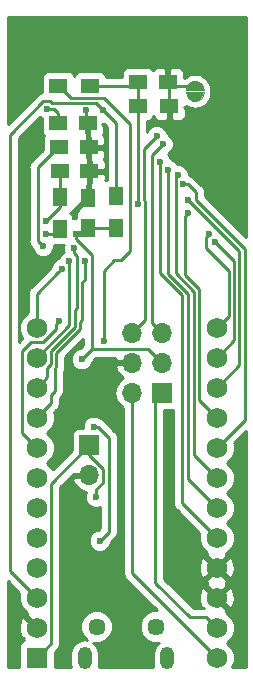
<source format=gbr>
G04 #@! TF.GenerationSoftware,KiCad,Pcbnew,(5.0.0)*
G04 #@! TF.CreationDate,2018-11-29T23:41:20-06:00*
G04 #@! TF.ProjectId,EByte_E73,45427974655F4537332E6B696361645F,rev?*
G04 #@! TF.SameCoordinates,Original*
G04 #@! TF.FileFunction,Copper,L2,Bot,Signal*
G04 #@! TF.FilePolarity,Positive*
%FSLAX46Y46*%
G04 Gerber Fmt 4.6, Leading zero omitted, Abs format (unit mm)*
G04 Created by KiCad (PCBNEW (5.0.0)) date 11/29/18 23:41:20*
%MOMM*%
%LPD*%
G01*
G04 APERTURE LIST*
G04 #@! TA.AperFunction,EtchedComponent*
%ADD10C,0.010000*%
G04 #@! TD*
G04 #@! TA.AperFunction,ComponentPad*
%ADD11R,1.752600X1.752600*%
G04 #@! TD*
G04 #@! TA.AperFunction,ComponentPad*
%ADD12C,1.752600*%
G04 #@! TD*
G04 #@! TA.AperFunction,SMDPad,CuDef*
%ADD13R,1.500000X1.250000*%
G04 #@! TD*
G04 #@! TA.AperFunction,SMDPad,CuDef*
%ADD14R,1.250000X1.500000*%
G04 #@! TD*
G04 #@! TA.AperFunction,ComponentPad*
%ADD15C,0.400000*%
G04 #@! TD*
G04 #@! TA.AperFunction,SMDPad,CuDef*
%ADD16R,1.300000X1.500000*%
G04 #@! TD*
G04 #@! TA.AperFunction,ComponentPad*
%ADD17C,1.450000*%
G04 #@! TD*
G04 #@! TA.AperFunction,ComponentPad*
%ADD18O,1.200000X1.900000*%
G04 #@! TD*
G04 #@! TA.AperFunction,ComponentPad*
%ADD19R,1.700000X1.700000*%
G04 #@! TD*
G04 #@! TA.AperFunction,ComponentPad*
%ADD20O,1.700000X1.700000*%
G04 #@! TD*
G04 #@! TA.AperFunction,SMDPad,CuDef*
%ADD21R,1.500000X1.300000*%
G04 #@! TD*
G04 #@! TA.AperFunction,ViaPad*
%ADD22C,0.600000*%
G04 #@! TD*
G04 #@! TA.AperFunction,Conductor*
%ADD23C,0.250000*%
G04 #@! TD*
G04 #@! TA.AperFunction,Conductor*
%ADD24C,0.500000*%
G04 #@! TD*
G04 #@! TA.AperFunction,Conductor*
%ADD25C,0.254000*%
G04 #@! TD*
G04 APERTURE END LIST*
D10*
G04 #@! TO.C,JP2*
G36*
X114251040Y-104288260D02*
X114296240Y-104544760D01*
X114426540Y-104770360D01*
X114626040Y-104937760D01*
X114870840Y-105026860D01*
X115131240Y-105026860D01*
X115376040Y-104937760D01*
X115575540Y-104770360D01*
X115705840Y-104544760D01*
X115751040Y-104288260D01*
X114251040Y-104288260D01*
X114251040Y-104288260D01*
G37*
X114251040Y-104288260D02*
X114296240Y-104544760D01*
X114426540Y-104770360D01*
X114626040Y-104937760D01*
X114870840Y-105026860D01*
X115131240Y-105026860D01*
X115376040Y-104937760D01*
X115575540Y-104770360D01*
X115705840Y-104544760D01*
X115751040Y-104288260D01*
X114251040Y-104288260D01*
G36*
X115751040Y-104088260D02*
X115705840Y-103831760D01*
X115575540Y-103606160D01*
X115376040Y-103438760D01*
X115131240Y-103349660D01*
X114870840Y-103349660D01*
X114626040Y-103438760D01*
X114426540Y-103606160D01*
X114296240Y-103831760D01*
X114251040Y-104088260D01*
X115751040Y-104088260D01*
X115751040Y-104088260D01*
G37*
X115751040Y-104088260D02*
X115705840Y-103831760D01*
X115575540Y-103606160D01*
X115376040Y-103438760D01*
X115131240Y-103349660D01*
X114870840Y-103349660D01*
X114626040Y-103438760D01*
X114426540Y-103606160D01*
X114296240Y-103831760D01*
X114251040Y-104088260D01*
X115751040Y-104088260D01*
G04 #@! TD*
D11*
G04 #@! TO.P,U2,1*
G04 #@! TO.N,/VBatt*
X101600000Y-152146000D03*
D12*
G04 #@! TO.P,U2,2*
G04 #@! TO.N,GND*
X101600000Y-149606000D03*
G04 #@! TO.P,U2,3*
G04 #@! TO.N,RESET*
X101600000Y-147066000D03*
G04 #@! TO.P,U2,4*
G04 #@! TO.N,VCC*
X101600000Y-144526000D03*
G04 #@! TO.P,U2,5*
G04 #@! TO.N,/P0.05*
X101600000Y-141986000D03*
G04 #@! TO.P,U2,6*
G04 #@! TO.N,/P0.04*
X101600000Y-139446000D03*
G04 #@! TO.P,U2,7*
G04 #@! TO.N,/P0.03*
X101600000Y-136906000D03*
G04 #@! TO.P,U2,8*
G04 #@! TO.N,/P0.02*
X101600000Y-134366000D03*
G04 #@! TO.P,U2,9*
G04 #@! TO.N,SCK*
X101600000Y-131826000D03*
G04 #@! TO.P,U2,10*
G04 #@! TO.N,MISO*
X101600000Y-129286000D03*
G04 #@! TO.P,U2,11*
G04 #@! TO.N,MOSI*
X101600000Y-126746000D03*
G04 #@! TO.P,U2,12*
G04 #@! TO.N,/P0.11*
X101600000Y-124206000D03*
G04 #@! TO.P,U2,24*
G04 #@! TO.N,/P0.16*
X116840000Y-124206000D03*
G04 #@! TO.P,U2,23*
G04 #@! TO.N,/P0.15*
X116840000Y-126746000D03*
G04 #@! TO.P,U2,22*
G04 #@! TO.N,/P0.30*
X116840000Y-129286000D03*
G04 #@! TO.P,U2,21*
G04 #@! TO.N,/P0.29*
X116840000Y-131826000D03*
G04 #@! TO.P,U2,20*
G04 #@! TO.N,/P0.28*
X116840000Y-134366000D03*
G04 #@! TO.P,U2,19*
G04 #@! TO.N,/P0.27*
X116840000Y-136906000D03*
G04 #@! TO.P,U2,18*
G04 #@! TO.N,SCL*
X116840000Y-139446000D03*
G04 #@! TO.P,U2,17*
G04 #@! TO.N,SDA*
X116840000Y-141986000D03*
G04 #@! TO.P,U2,16*
G04 #@! TO.N,GND*
X116840000Y-144526000D03*
G04 #@! TO.P,U2,15*
X116840000Y-147066000D03*
G04 #@! TO.P,U2,14*
G04 #@! TO.N,RXD*
X116840000Y-149606000D03*
G04 #@! TO.P,U2,13*
G04 #@! TO.N,TXD*
X116840000Y-152146000D03*
G04 #@! TD*
D13*
G04 #@! TO.P,C2,1*
G04 #@! TO.N,Net-(C2-Pad1)*
X103494200Y-108930440D03*
G04 #@! TO.P,C2,2*
G04 #@! TO.N,GND*
X105994200Y-108930440D03*
G04 #@! TD*
G04 #@! TO.P,C1,1*
G04 #@! TO.N,Net-(C1-Pad1)*
X103547540Y-110964980D03*
G04 #@! TO.P,C1,2*
G04 #@! TO.N,GND*
X106047540Y-110964980D03*
G04 #@! TD*
D14*
G04 #@! TO.P,C3,1*
G04 #@! TO.N,VCC*
X105976420Y-115740180D03*
G04 #@! TO.P,C3,2*
G04 #@! TO.N,GND*
X105976420Y-113240180D03*
G04 #@! TD*
D15*
G04 #@! TO.P,JP2,2*
G04 #@! TO.N,GND*
X115001040Y-103738260D03*
G04 #@! TO.P,JP2,1*
G04 #@! TO.N,Net-(JP2-Pad1)*
X115001040Y-104638260D03*
X115001040Y-104638260D03*
G04 #@! TO.P,JP2,2*
G04 #@! TO.N,GND*
X115001040Y-103738260D03*
G04 #@! TD*
D16*
G04 #@! TO.P,L1,1*
G04 #@! TO.N,Net-(C1-Pad1)*
X103538020Y-113140500D03*
G04 #@! TO.P,L1,2*
G04 #@! TO.N,Net-(L1-Pad2)*
X103538020Y-115840500D03*
G04 #@! TD*
G04 #@! TO.P,R1,1*
G04 #@! TO.N,RESET*
X108325921Y-113080821D03*
G04 #@! TO.P,R1,2*
G04 #@! TO.N,VCC*
X108325921Y-115780821D03*
G04 #@! TD*
D13*
G04 #@! TO.P,C4,1*
G04 #@! TO.N,Net-(C4-Pad1)*
X103428160Y-106870500D03*
G04 #@! TO.P,C4,2*
G04 #@! TO.N,GND*
X105928160Y-106870500D03*
G04 #@! TD*
D17*
G04 #@! TO.P,J1,6*
G04 #@! TO.N,Net-(J1-Pad6)*
X106669200Y-149508980D03*
X111669200Y-149508980D03*
D18*
X105669200Y-152208980D03*
X112669200Y-152208980D03*
G04 #@! TD*
D19*
G04 #@! TO.P,J3,1*
G04 #@! TO.N,/VBatt*
X106072940Y-134167880D03*
D20*
G04 #@! TO.P,J3,2*
G04 #@! TO.N,GND*
X106072940Y-136707880D03*
G04 #@! TD*
D19*
G04 #@! TO.P,J2,1*
G04 #@! TO.N,RXD*
X112229900Y-129715260D03*
D20*
G04 #@! TO.P,J2,2*
G04 #@! TO.N,TXD*
X109689900Y-129715260D03*
G04 #@! TO.P,J2,3*
G04 #@! TO.N,VCC*
X112229900Y-127175260D03*
G04 #@! TO.P,J2,4*
G04 #@! TO.N,GND*
X109689900Y-127175260D03*
G04 #@! TO.P,J2,5*
G04 #@! TO.N,SWDCLK*
X112229900Y-124635260D03*
G04 #@! TO.P,J2,6*
G04 #@! TO.N,SWDIO*
X109689900Y-124635260D03*
G04 #@! TD*
D13*
G04 #@! TO.P,C6,1*
G04 #@! TO.N,/P0.31*
X110199800Y-103388160D03*
G04 #@! TO.P,C6,2*
G04 #@! TO.N,GND*
X112699800Y-103388160D03*
G04 #@! TD*
D21*
G04 #@! TO.P,R4,1*
G04 #@! TO.N,/VBatt*
X103430080Y-103756460D03*
G04 #@! TO.P,R4,2*
G04 #@! TO.N,/P0.31*
X106130080Y-103756460D03*
G04 #@! TD*
G04 #@! TO.P,R5,1*
G04 #@! TO.N,/P0.31*
X110144580Y-105417620D03*
G04 #@! TO.P,R5,2*
G04 #@! TO.N,GND*
X112844580Y-105417620D03*
G04 #@! TD*
D22*
G04 #@! TO.N,GND*
X109982000Y-147955000D03*
X105410000Y-147955000D03*
X104815640Y-114808000D03*
X105775760Y-105806484D03*
X101036120Y-120291860D03*
X103124000Y-100076000D03*
X102362000Y-100076000D03*
X109474000Y-100076000D03*
X116078000Y-100076000D03*
X116078000Y-98806000D03*
X109474000Y-98806000D03*
X103124000Y-98806000D03*
X102362000Y-98806000D03*
G04 #@! TO.N,Net-(C1-Pad1)*
X102351840Y-115133120D03*
G04 #@! TO.N,Net-(C2-Pad1)*
X102144164Y-117310340D03*
G04 #@! TO.N,VCC*
X105410000Y-126873000D03*
X104889300Y-116235480D03*
G04 #@! TO.N,SWDIO*
X111757460Y-108003340D03*
G04 #@! TO.N,RESET*
X107246420Y-105791000D03*
G04 #@! TO.N,SWDCLK*
X112274185Y-108658339D03*
G04 #@! TO.N,Net-(L1-Pad2)*
X102402640Y-116265960D03*
G04 #@! TO.N,SCK*
X105671708Y-118579336D03*
G04 #@! TO.N,/P0.11*
X103740379Y-119196281D03*
G04 #@! TO.N,/P0.02*
X103525320Y-123639580D03*
G04 #@! TO.N,MOSI*
X104365728Y-118588588D03*
G04 #@! TO.N,MISO*
X104800436Y-117495334D03*
G04 #@! TO.N,/P0.15*
X116682210Y-116926346D03*
G04 #@! TO.N,/P0.16*
X116220410Y-116273078D03*
G04 #@! TO.N,SDA*
X112024560Y-110153001D03*
G04 #@! TO.N,SCL*
X112760760Y-110881160D03*
G04 #@! TO.N,/P0.27*
X113570969Y-111272954D03*
G04 #@! TO.N,/P0.28*
X113988612Y-112063856D03*
G04 #@! TO.N,/P0.29*
X114438623Y-114513360D03*
G04 #@! TO.N,/P0.30*
X114438623Y-113392642D03*
G04 #@! TO.N,Net-(C4-Pad1)*
X102486460Y-105666540D03*
G04 #@! TO.N,Net-(C5-Pad1)*
X106426000Y-132588000D03*
X106934000Y-142240000D03*
G04 #@! TO.N,/VBatt*
X106608989Y-138504447D03*
X107294680Y-125310900D03*
G04 #@! TO.N,/P0.31*
X110149810Y-113746280D03*
G04 #@! TD*
D23*
G04 #@! TO.N,GND*
X105410000Y-147955000D02*
X109982000Y-147955000D01*
D24*
X104815640Y-114808000D02*
X104815640Y-114400960D01*
X104815640Y-114400960D02*
X105976420Y-113240180D01*
D23*
X105775760Y-105806484D02*
X105775760Y-106718100D01*
X105775760Y-106718100D02*
X105928160Y-106870500D01*
X115001040Y-103738260D02*
X113049900Y-103738260D01*
X113049900Y-103738260D02*
X112699800Y-103388160D01*
X112844580Y-105417620D02*
X112844580Y-103532940D01*
X112844580Y-103532940D02*
X112699800Y-103388160D01*
X109689900Y-126771300D02*
X109689900Y-127175260D01*
X105994200Y-108930440D02*
X105994200Y-106936540D01*
X105994200Y-106936540D02*
X105928160Y-106870500D01*
X106047540Y-110964980D02*
X106047540Y-108983780D01*
X106047540Y-108983780D02*
X105994200Y-108930440D01*
X105976420Y-113240180D02*
X105976420Y-111036100D01*
X105976420Y-111036100D02*
X106047540Y-110964980D01*
X102362000Y-100076000D02*
X103124000Y-100076000D01*
X116078000Y-100076000D02*
X109474000Y-100076000D01*
X109474000Y-98806000D02*
X116078000Y-98806000D01*
X102362000Y-98806000D02*
X103124000Y-98806000D01*
G04 #@! TO.N,Net-(C1-Pad1)*
X103538020Y-113140500D02*
X103538020Y-110974500D01*
X103538020Y-110974500D02*
X103547540Y-110964980D01*
X103538020Y-113040500D02*
X103538020Y-113140500D01*
X103538020Y-113140500D02*
X103538020Y-113946940D01*
X103538020Y-113946940D02*
X102351840Y-115133120D01*
G04 #@! TO.N,Net-(C2-Pad1)*
X103494200Y-108930440D02*
X103369200Y-108930440D01*
X101673660Y-116839836D02*
X101844165Y-117010341D01*
X101844165Y-117010341D02*
X102144164Y-117310340D01*
X103369200Y-108930440D02*
X101673660Y-110625980D01*
X101673660Y-110625980D02*
X101673660Y-116839836D01*
G04 #@! TO.N,VCC*
X106296709Y-124965708D02*
X106282741Y-124979676D01*
X106282741Y-124979676D02*
X106282741Y-126000259D01*
X106296709Y-118066605D02*
X106296709Y-124965708D01*
X104889300Y-116235480D02*
X104889300Y-116659196D01*
X104889300Y-116659196D02*
X106296709Y-118066605D01*
X112229900Y-127175260D02*
X111054899Y-126000259D01*
X111054899Y-126000259D02*
X106282741Y-126000259D01*
X106282741Y-126000259D02*
X105410000Y-126873000D01*
D24*
X104889300Y-116235480D02*
X105313564Y-116235480D01*
D23*
X105976420Y-115740180D02*
X108285280Y-115740180D01*
X108285280Y-115740180D02*
X108325921Y-115780821D01*
D24*
X104889300Y-116235480D02*
X105481120Y-116235480D01*
X105481120Y-116235480D02*
X105976420Y-115740180D01*
D23*
G04 #@! TO.N,SWDIO*
X110716060Y-109044740D02*
X111457461Y-108303339D01*
X110716060Y-113387526D02*
X110716060Y-109044740D01*
X110774812Y-123550348D02*
X110774812Y-113446278D01*
X109689900Y-124635260D02*
X110774812Y-123550348D01*
X111457461Y-108303339D02*
X111757460Y-108003340D01*
X110774812Y-113446278D02*
X110716060Y-113387526D01*
G04 #@! TO.N,RESET*
X106946421Y-105491001D02*
X107246420Y-105791000D01*
X106636892Y-105181472D02*
X106946421Y-105491001D01*
X102880676Y-105181472D02*
X106636892Y-105181472D01*
X102740742Y-105041538D02*
X102880676Y-105181472D01*
X102140738Y-105041538D02*
X102740742Y-105041538D01*
X99319080Y-107863196D02*
X102140738Y-105041538D01*
X99319080Y-144785080D02*
X99319080Y-107863196D01*
X101600000Y-147066000D02*
X99319080Y-144785080D01*
X108325921Y-106870501D02*
X107546419Y-106090999D01*
X108325921Y-113080821D02*
X108325921Y-106870501D01*
X107546419Y-106090999D02*
X107246420Y-105791000D01*
X101600000Y-147066000D02*
X101838340Y-147066000D01*
G04 #@! TO.N,SWDCLK*
X112229900Y-124635260D02*
X111379901Y-123785261D01*
X111379901Y-109552623D02*
X111974186Y-108958338D01*
X111974186Y-108958338D02*
X112274185Y-108658339D01*
X111379901Y-123785261D02*
X111379901Y-109552623D01*
G04 #@! TO.N,Net-(L1-Pad2)*
X102402640Y-116265960D02*
X103112560Y-116265960D01*
X103112560Y-116265960D02*
X103538020Y-115840500D01*
G04 #@! TO.N,SCK*
X101600000Y-131826000D02*
X101600000Y-131803140D01*
X101600000Y-131803140D02*
X102783640Y-130619500D01*
X103121460Y-129542466D02*
X103121460Y-127638877D01*
X102783640Y-130619500D02*
X102783640Y-129880286D01*
X102783640Y-129880286D02*
X103121460Y-129542466D01*
X103251312Y-126367508D02*
X105265749Y-124353072D01*
X103121460Y-127638877D02*
X103251312Y-127509025D01*
X103251312Y-127509025D02*
X103251312Y-126367508D01*
X105265749Y-124353072D02*
X105265749Y-123738109D01*
X105265749Y-123738109D02*
X105458701Y-123545159D01*
X105458701Y-123545159D02*
X105458701Y-120344759D01*
X105458701Y-120344759D02*
X105671708Y-120131752D01*
X105671708Y-120131752D02*
X105671708Y-119003600D01*
X105671708Y-119003600D02*
X105671708Y-118579336D01*
X101854000Y-131826000D02*
X101600000Y-131826000D01*
G04 #@! TO.N,/P0.11*
X103440380Y-119496280D02*
X103740379Y-119196281D01*
X101600000Y-124206000D02*
X101600000Y-121336660D01*
X101600000Y-121336660D02*
X103440380Y-119496280D01*
G04 #@! TO.N,RXD*
X116840000Y-149606000D02*
X115963701Y-148729701D01*
X115963701Y-148729701D02*
X114566701Y-148729701D01*
X114566701Y-148729701D02*
X111633000Y-145796000D01*
X111633000Y-145796000D02*
X111633000Y-130048000D01*
X111633000Y-130048000D02*
X111965740Y-129715260D01*
X111965740Y-129715260D02*
X112229900Y-129715260D01*
G04 #@! TO.N,TXD*
X109689900Y-129715260D02*
X109689900Y-144995900D01*
X109689900Y-144995900D02*
X116840000Y-152146000D01*
G04 #@! TO.N,/P0.02*
X101600000Y-134366000D02*
X100398699Y-133164699D01*
X100398699Y-133164699D02*
X100398699Y-126169375D01*
X102176625Y-125407301D02*
X103225321Y-124358605D01*
X103225321Y-123939579D02*
X103525320Y-123639580D01*
X100398699Y-126169375D02*
X101160773Y-125407301D01*
X101160773Y-125407301D02*
X102176625Y-125407301D01*
X103225321Y-124358605D02*
X103225321Y-123939579D01*
G04 #@! TO.N,MOSI*
X101600000Y-126746000D02*
X104365728Y-123980272D01*
X104365728Y-123980272D02*
X104365728Y-119012852D01*
X104365728Y-119012852D02*
X104365728Y-118588588D01*
G04 #@! TO.N,MISO*
X101600000Y-129286000D02*
X102476299Y-128409701D01*
X104815738Y-122733831D02*
X105008691Y-122540878D01*
X105008691Y-122540878D02*
X105008691Y-118127853D01*
X104815738Y-124166672D02*
X104815738Y-122733831D01*
X102801301Y-127322625D02*
X102801301Y-126181109D01*
X102801301Y-126181109D02*
X104815738Y-124166672D01*
X102476299Y-128409701D02*
X102476299Y-127647627D01*
X105008691Y-118127853D02*
X104800436Y-117919598D01*
X104800436Y-117919598D02*
X104800436Y-117495334D01*
X102476299Y-127647627D02*
X102801301Y-127322625D01*
G04 #@! TO.N,/P0.15*
X116982209Y-117226345D02*
X116682210Y-116926346D01*
X116840000Y-126746000D02*
X118299207Y-125286793D01*
X118299207Y-118543343D02*
X116982209Y-117226345D01*
X118299207Y-125286793D02*
X118299207Y-118543343D01*
G04 #@! TO.N,/P0.16*
X115920411Y-117494417D02*
X115920411Y-116573077D01*
X117849196Y-123196804D02*
X117849196Y-119423202D01*
X117849196Y-119423202D02*
X115920411Y-117494417D01*
X116840000Y-124206000D02*
X117849196Y-123196804D01*
X115920411Y-116573077D02*
X116220410Y-116273078D01*
G04 #@! TO.N,SDA*
X112024560Y-119548040D02*
X112024560Y-110577265D01*
X112024560Y-110577265D02*
X112024560Y-110153001D01*
X116840000Y-141986000D02*
X113934240Y-139080240D01*
X113934240Y-139080240D02*
X113934240Y-121457720D01*
X113934240Y-121457720D02*
X112024560Y-119548040D01*
G04 #@! TO.N,SCL*
X112760760Y-111305424D02*
X112760760Y-110881160D01*
X112760760Y-119647829D02*
X112760760Y-111305424D01*
X114445211Y-121332280D02*
X112760760Y-119647829D01*
X114445211Y-137051211D02*
X114445211Y-121332280D01*
X116840000Y-139446000D02*
X114445211Y-137051211D01*
G04 #@! TO.N,/P0.27*
X116840000Y-136906000D02*
X114895222Y-134961222D01*
X113363602Y-111480321D02*
X113570969Y-111272954D01*
X114895222Y-121145880D02*
X113363602Y-119614261D01*
X113363602Y-119614261D02*
X113363602Y-111480321D01*
X114895222Y-134961222D02*
X114895222Y-121145880D01*
G04 #@! TO.N,/P0.28*
X116840000Y-134366000D02*
X119199229Y-132006771D01*
X119199229Y-117516838D02*
X115063624Y-113381233D01*
X119199229Y-132006771D02*
X119199229Y-117516838D01*
X115063624Y-112714604D02*
X114412876Y-112063856D01*
X114412876Y-112063856D02*
X113988612Y-112063856D01*
X115063624Y-113381233D02*
X115063624Y-112714604D01*
G04 #@! TO.N,/P0.29*
X114138624Y-114813359D02*
X114438623Y-114513360D01*
X115345233Y-130331233D02*
X115345233Y-120959480D01*
X114138624Y-119752871D02*
X114138624Y-114813359D01*
X116840000Y-131826000D02*
X115345233Y-130331233D01*
X115345233Y-120959480D02*
X114138624Y-119752871D01*
G04 #@! TO.N,/P0.30*
X116840000Y-129286000D02*
X118749218Y-127376782D01*
X118749218Y-117703237D02*
X114738622Y-113692641D01*
X118749218Y-127376782D02*
X118749218Y-117703237D01*
X114738622Y-113692641D02*
X114438623Y-113392642D01*
G04 #@! TO.N,Net-(C4-Pad1)*
X103099200Y-105666540D02*
X102910724Y-105666540D01*
X103428160Y-106870500D02*
X103428160Y-105995500D01*
X102910724Y-105666540D02*
X102486460Y-105666540D01*
X103428160Y-105995500D02*
X103099200Y-105666540D01*
G04 #@! TO.N,Net-(C5-Pad1)*
X107697952Y-133507890D02*
X106778062Y-132588000D01*
X106778062Y-132588000D02*
X106426000Y-132588000D01*
X106934000Y-142240000D02*
X107697952Y-141476048D01*
X107697952Y-141476048D02*
X107697952Y-133507890D01*
G04 #@! TO.N,/VBatt*
X106072940Y-134167880D02*
X106052120Y-134167880D01*
X106052120Y-134167880D02*
X102801301Y-137418699D01*
X102801301Y-137418699D02*
X102801301Y-150944699D01*
X102801301Y-150944699D02*
X102362000Y-151384000D01*
X102362000Y-151384000D02*
X101600000Y-152146000D01*
X106072940Y-134968878D02*
X107247941Y-136143879D01*
X106072940Y-134167880D02*
X106072940Y-134968878D01*
X107247941Y-136143879D02*
X107247941Y-137271881D01*
X107247941Y-137271881D02*
X106608989Y-137910833D01*
X106608989Y-137910833D02*
X106608989Y-138080183D01*
X106608989Y-138080183D02*
X106608989Y-138504447D01*
X104505081Y-104731461D02*
X107327341Y-104731461D01*
X108750100Y-118511320D02*
X108155740Y-118511320D01*
X107294680Y-119372380D02*
X107294680Y-124886636D01*
X103530080Y-103756460D02*
X104505081Y-104731461D01*
X107327341Y-104731461D02*
X109524800Y-106928920D01*
X108155740Y-118511320D02*
X107294680Y-119372380D01*
X103430080Y-103756460D02*
X103530080Y-103756460D01*
X109524800Y-117736620D02*
X108750100Y-118511320D01*
X107294680Y-124886636D02*
X107294680Y-125310900D01*
X109524800Y-106928920D02*
X109524800Y-117736620D01*
G04 #@! TO.N,/P0.31*
X110144580Y-113741050D02*
X110149810Y-113746280D01*
X110144580Y-105417620D02*
X110144580Y-113741050D01*
X110144580Y-105417620D02*
X110144580Y-103443380D01*
X110144580Y-103443380D02*
X110199800Y-103388160D01*
X106130080Y-103756460D02*
X109831500Y-103756460D01*
X109831500Y-103756460D02*
X110199800Y-103388160D01*
G04 #@! TD*
D25*
G04 #@! TO.N,GND*
G36*
X105522742Y-125685457D02*
X105270199Y-125938000D01*
X105224017Y-125938000D01*
X104880365Y-126080345D01*
X104617345Y-126343365D01*
X104475000Y-126687017D01*
X104475000Y-127058983D01*
X104617345Y-127402635D01*
X104880365Y-127665655D01*
X105224017Y-127808000D01*
X105595983Y-127808000D01*
X105939635Y-127665655D01*
X106202655Y-127402635D01*
X106345000Y-127058983D01*
X106345000Y-127012801D01*
X106597543Y-126760259D01*
X108272493Y-126760259D01*
X108248424Y-126818370D01*
X108369745Y-127048260D01*
X109562900Y-127048260D01*
X109562900Y-127028260D01*
X109816900Y-127028260D01*
X109816900Y-127048260D01*
X109836900Y-127048260D01*
X109836900Y-127302260D01*
X109816900Y-127302260D01*
X109816900Y-127322260D01*
X109562900Y-127322260D01*
X109562900Y-127302260D01*
X108369745Y-127302260D01*
X108248424Y-127532150D01*
X108418255Y-127942184D01*
X108808542Y-128370443D01*
X108938378Y-128431417D01*
X108619275Y-128644635D01*
X108291061Y-129135842D01*
X108175808Y-129715260D01*
X108291061Y-130294678D01*
X108619275Y-130785885D01*
X108929900Y-130993438D01*
X108929901Y-144921048D01*
X108915012Y-144995900D01*
X108973997Y-145292437D01*
X109052147Y-145409396D01*
X109141972Y-145543829D01*
X109205428Y-145586229D01*
X111768178Y-148148980D01*
X111398679Y-148148980D01*
X110898822Y-148356028D01*
X110516248Y-148738602D01*
X110309200Y-149238459D01*
X110309200Y-149779501D01*
X110516248Y-150279358D01*
X110898822Y-150661932D01*
X111398679Y-150868980D01*
X111927899Y-150868980D01*
X111778815Y-150968595D01*
X111505856Y-151377108D01*
X111434200Y-151737345D01*
X111434200Y-152680616D01*
X111489773Y-152960000D01*
X106848627Y-152960000D01*
X106904200Y-152680616D01*
X106904200Y-151737345D01*
X106832544Y-151377107D01*
X106559585Y-150968595D01*
X106410501Y-150868980D01*
X106939721Y-150868980D01*
X107439578Y-150661932D01*
X107822152Y-150279358D01*
X108029200Y-149779501D01*
X108029200Y-149238459D01*
X107822152Y-148738602D01*
X107439578Y-148356028D01*
X106939721Y-148148980D01*
X106398679Y-148148980D01*
X105898822Y-148356028D01*
X105516248Y-148738602D01*
X105309200Y-149238459D01*
X105309200Y-149779501D01*
X105516248Y-150279358D01*
X105878260Y-150641370D01*
X105669200Y-150599785D01*
X105187328Y-150695636D01*
X104778816Y-150968595D01*
X104505856Y-151377107D01*
X104434200Y-151737344D01*
X104434200Y-152680615D01*
X104489773Y-152960000D01*
X103123740Y-152960000D01*
X103123740Y-151697062D01*
X103285773Y-151535028D01*
X103349230Y-151492628D01*
X103517205Y-151241236D01*
X103561301Y-151019551D01*
X103561301Y-151019547D01*
X103576189Y-150944700D01*
X103561301Y-150869853D01*
X103561301Y-137733500D01*
X104739360Y-136555442D01*
X104752785Y-136580880D01*
X105945940Y-136580880D01*
X105945940Y-136560880D01*
X106199940Y-136560880D01*
X106199940Y-136580880D01*
X106219940Y-136580880D01*
X106219940Y-136834880D01*
X106199940Y-136834880D01*
X106199940Y-136854880D01*
X105945940Y-136854880D01*
X105945940Y-136834880D01*
X104752785Y-136834880D01*
X104631464Y-137064770D01*
X104801295Y-137474804D01*
X105191582Y-137903063D01*
X105716048Y-138149366D01*
X105751806Y-138130597D01*
X105673989Y-138318464D01*
X105673989Y-138690430D01*
X105816334Y-139034082D01*
X106079354Y-139297102D01*
X106423006Y-139439447D01*
X106794972Y-139439447D01*
X106937952Y-139380223D01*
X106937952Y-141161246D01*
X106794198Y-141305000D01*
X106748017Y-141305000D01*
X106404365Y-141447345D01*
X106141345Y-141710365D01*
X105999000Y-142054017D01*
X105999000Y-142425983D01*
X106141345Y-142769635D01*
X106404365Y-143032655D01*
X106748017Y-143175000D01*
X107119983Y-143175000D01*
X107463635Y-143032655D01*
X107726655Y-142769635D01*
X107869000Y-142425983D01*
X107869000Y-142379802D01*
X108182425Y-142066377D01*
X108245881Y-142023977D01*
X108413856Y-141772585D01*
X108457952Y-141550900D01*
X108457952Y-141550896D01*
X108472840Y-141476049D01*
X108457952Y-141401202D01*
X108457952Y-133582737D01*
X108472840Y-133507890D01*
X108457952Y-133433043D01*
X108457952Y-133433038D01*
X108413856Y-133211353D01*
X108245881Y-132959961D01*
X108182425Y-132917561D01*
X107368393Y-132103530D01*
X107325991Y-132040071D01*
X107074599Y-131872096D01*
X107021904Y-131861614D01*
X106955635Y-131795345D01*
X106611983Y-131653000D01*
X106240017Y-131653000D01*
X105896365Y-131795345D01*
X105633345Y-132058365D01*
X105491000Y-132402017D01*
X105491000Y-132670440D01*
X105222940Y-132670440D01*
X104975175Y-132719723D01*
X104765131Y-132860071D01*
X104624783Y-133070115D01*
X104575500Y-133317880D01*
X104575500Y-134569698D01*
X102943916Y-136201283D01*
X102881218Y-136049917D01*
X102467301Y-135636000D01*
X102881218Y-135222083D01*
X103111300Y-134666616D01*
X103111300Y-134065384D01*
X102881218Y-133509917D01*
X102467301Y-133096000D01*
X102881218Y-132682083D01*
X103111300Y-132126616D01*
X103111300Y-131525384D01*
X103064805Y-131413136D01*
X103268113Y-131209829D01*
X103331569Y-131167429D01*
X103424565Y-131028251D01*
X103499544Y-130916038D01*
X103509120Y-130867895D01*
X103543640Y-130694352D01*
X103543640Y-130694348D01*
X103558528Y-130619500D01*
X103543640Y-130544652D01*
X103543640Y-130195087D01*
X103605930Y-130132797D01*
X103669389Y-130090395D01*
X103837364Y-129839003D01*
X103881460Y-129617318D01*
X103881460Y-129617314D01*
X103896348Y-129542466D01*
X103881460Y-129467618D01*
X103881460Y-127933905D01*
X103967216Y-127805562D01*
X104011312Y-127583877D01*
X104011312Y-127583873D01*
X104026200Y-127509026D01*
X104011312Y-127434179D01*
X104011312Y-126682309D01*
X105522741Y-125170882D01*
X105522742Y-125685457D01*
X105522742Y-125685457D01*
G37*
X105522742Y-125685457D02*
X105270199Y-125938000D01*
X105224017Y-125938000D01*
X104880365Y-126080345D01*
X104617345Y-126343365D01*
X104475000Y-126687017D01*
X104475000Y-127058983D01*
X104617345Y-127402635D01*
X104880365Y-127665655D01*
X105224017Y-127808000D01*
X105595983Y-127808000D01*
X105939635Y-127665655D01*
X106202655Y-127402635D01*
X106345000Y-127058983D01*
X106345000Y-127012801D01*
X106597543Y-126760259D01*
X108272493Y-126760259D01*
X108248424Y-126818370D01*
X108369745Y-127048260D01*
X109562900Y-127048260D01*
X109562900Y-127028260D01*
X109816900Y-127028260D01*
X109816900Y-127048260D01*
X109836900Y-127048260D01*
X109836900Y-127302260D01*
X109816900Y-127302260D01*
X109816900Y-127322260D01*
X109562900Y-127322260D01*
X109562900Y-127302260D01*
X108369745Y-127302260D01*
X108248424Y-127532150D01*
X108418255Y-127942184D01*
X108808542Y-128370443D01*
X108938378Y-128431417D01*
X108619275Y-128644635D01*
X108291061Y-129135842D01*
X108175808Y-129715260D01*
X108291061Y-130294678D01*
X108619275Y-130785885D01*
X108929900Y-130993438D01*
X108929901Y-144921048D01*
X108915012Y-144995900D01*
X108973997Y-145292437D01*
X109052147Y-145409396D01*
X109141972Y-145543829D01*
X109205428Y-145586229D01*
X111768178Y-148148980D01*
X111398679Y-148148980D01*
X110898822Y-148356028D01*
X110516248Y-148738602D01*
X110309200Y-149238459D01*
X110309200Y-149779501D01*
X110516248Y-150279358D01*
X110898822Y-150661932D01*
X111398679Y-150868980D01*
X111927899Y-150868980D01*
X111778815Y-150968595D01*
X111505856Y-151377108D01*
X111434200Y-151737345D01*
X111434200Y-152680616D01*
X111489773Y-152960000D01*
X106848627Y-152960000D01*
X106904200Y-152680616D01*
X106904200Y-151737345D01*
X106832544Y-151377107D01*
X106559585Y-150968595D01*
X106410501Y-150868980D01*
X106939721Y-150868980D01*
X107439578Y-150661932D01*
X107822152Y-150279358D01*
X108029200Y-149779501D01*
X108029200Y-149238459D01*
X107822152Y-148738602D01*
X107439578Y-148356028D01*
X106939721Y-148148980D01*
X106398679Y-148148980D01*
X105898822Y-148356028D01*
X105516248Y-148738602D01*
X105309200Y-149238459D01*
X105309200Y-149779501D01*
X105516248Y-150279358D01*
X105878260Y-150641370D01*
X105669200Y-150599785D01*
X105187328Y-150695636D01*
X104778816Y-150968595D01*
X104505856Y-151377107D01*
X104434200Y-151737344D01*
X104434200Y-152680615D01*
X104489773Y-152960000D01*
X103123740Y-152960000D01*
X103123740Y-151697062D01*
X103285773Y-151535028D01*
X103349230Y-151492628D01*
X103517205Y-151241236D01*
X103561301Y-151019551D01*
X103561301Y-151019547D01*
X103576189Y-150944700D01*
X103561301Y-150869853D01*
X103561301Y-137733500D01*
X104739360Y-136555442D01*
X104752785Y-136580880D01*
X105945940Y-136580880D01*
X105945940Y-136560880D01*
X106199940Y-136560880D01*
X106199940Y-136580880D01*
X106219940Y-136580880D01*
X106219940Y-136834880D01*
X106199940Y-136834880D01*
X106199940Y-136854880D01*
X105945940Y-136854880D01*
X105945940Y-136834880D01*
X104752785Y-136834880D01*
X104631464Y-137064770D01*
X104801295Y-137474804D01*
X105191582Y-137903063D01*
X105716048Y-138149366D01*
X105751806Y-138130597D01*
X105673989Y-138318464D01*
X105673989Y-138690430D01*
X105816334Y-139034082D01*
X106079354Y-139297102D01*
X106423006Y-139439447D01*
X106794972Y-139439447D01*
X106937952Y-139380223D01*
X106937952Y-141161246D01*
X106794198Y-141305000D01*
X106748017Y-141305000D01*
X106404365Y-141447345D01*
X106141345Y-141710365D01*
X105999000Y-142054017D01*
X105999000Y-142425983D01*
X106141345Y-142769635D01*
X106404365Y-143032655D01*
X106748017Y-143175000D01*
X107119983Y-143175000D01*
X107463635Y-143032655D01*
X107726655Y-142769635D01*
X107869000Y-142425983D01*
X107869000Y-142379802D01*
X108182425Y-142066377D01*
X108245881Y-142023977D01*
X108413856Y-141772585D01*
X108457952Y-141550900D01*
X108457952Y-141550896D01*
X108472840Y-141476049D01*
X108457952Y-141401202D01*
X108457952Y-133582737D01*
X108472840Y-133507890D01*
X108457952Y-133433043D01*
X108457952Y-133433038D01*
X108413856Y-133211353D01*
X108245881Y-132959961D01*
X108182425Y-132917561D01*
X107368393Y-132103530D01*
X107325991Y-132040071D01*
X107074599Y-131872096D01*
X107021904Y-131861614D01*
X106955635Y-131795345D01*
X106611983Y-131653000D01*
X106240017Y-131653000D01*
X105896365Y-131795345D01*
X105633345Y-132058365D01*
X105491000Y-132402017D01*
X105491000Y-132670440D01*
X105222940Y-132670440D01*
X104975175Y-132719723D01*
X104765131Y-132860071D01*
X104624783Y-133070115D01*
X104575500Y-133317880D01*
X104575500Y-134569698D01*
X102943916Y-136201283D01*
X102881218Y-136049917D01*
X102467301Y-135636000D01*
X102881218Y-135222083D01*
X103111300Y-134666616D01*
X103111300Y-134065384D01*
X102881218Y-133509917D01*
X102467301Y-133096000D01*
X102881218Y-132682083D01*
X103111300Y-132126616D01*
X103111300Y-131525384D01*
X103064805Y-131413136D01*
X103268113Y-131209829D01*
X103331569Y-131167429D01*
X103424565Y-131028251D01*
X103499544Y-130916038D01*
X103509120Y-130867895D01*
X103543640Y-130694352D01*
X103543640Y-130694348D01*
X103558528Y-130619500D01*
X103543640Y-130544652D01*
X103543640Y-130195087D01*
X103605930Y-130132797D01*
X103669389Y-130090395D01*
X103837364Y-129839003D01*
X103881460Y-129617318D01*
X103881460Y-129617314D01*
X103896348Y-129542466D01*
X103881460Y-129467618D01*
X103881460Y-127933905D01*
X103967216Y-127805562D01*
X104011312Y-127583877D01*
X104011312Y-127583873D01*
X104026200Y-127509026D01*
X104011312Y-127434179D01*
X104011312Y-126682309D01*
X105522741Y-125170882D01*
X105522742Y-125685457D01*
G36*
X113174240Y-139005393D02*
X113159352Y-139080240D01*
X113174240Y-139155087D01*
X113174240Y-139155091D01*
X113218336Y-139376776D01*
X113386311Y-139628169D01*
X113449770Y-139670571D01*
X115368499Y-141589301D01*
X115328700Y-141685384D01*
X115328700Y-142286616D01*
X115558782Y-142842083D01*
X115983917Y-143267218D01*
X116016520Y-143280722D01*
X115956604Y-143462999D01*
X116840000Y-144346395D01*
X117723396Y-143462999D01*
X117663480Y-143280722D01*
X117696083Y-143267218D01*
X118121218Y-142842083D01*
X118351300Y-142286616D01*
X118351300Y-141685384D01*
X118121218Y-141129917D01*
X117707301Y-140716000D01*
X118121218Y-140302083D01*
X118351300Y-139746616D01*
X118351300Y-139145384D01*
X118121218Y-138589917D01*
X117707301Y-138176000D01*
X118121218Y-137762083D01*
X118351300Y-137206616D01*
X118351300Y-136605384D01*
X118121218Y-136049917D01*
X117707301Y-135636000D01*
X118121218Y-135222083D01*
X118351300Y-134666616D01*
X118351300Y-134065384D01*
X118311501Y-133969300D01*
X119305001Y-132975801D01*
X119305001Y-152960000D01*
X118138649Y-152960000D01*
X118351300Y-152446616D01*
X118351300Y-151845384D01*
X118121218Y-151289917D01*
X117707301Y-150876000D01*
X118121218Y-150462083D01*
X118351300Y-149906616D01*
X118351300Y-149305384D01*
X118121218Y-148749917D01*
X117696083Y-148324782D01*
X117663480Y-148311278D01*
X117723396Y-148129001D01*
X116840000Y-147245605D01*
X116825858Y-147259748D01*
X116646253Y-147080143D01*
X116660395Y-147066000D01*
X117019605Y-147066000D01*
X117903001Y-147949396D01*
X118157027Y-147865896D01*
X118362882Y-147301003D01*
X118336891Y-146700332D01*
X118157027Y-146266104D01*
X117903001Y-146182604D01*
X117019605Y-147066000D01*
X116660395Y-147066000D01*
X115776999Y-146182604D01*
X115522973Y-146266104D01*
X115317118Y-146830997D01*
X115343109Y-147431668D01*
X115522973Y-147865896D01*
X115776997Y-147949395D01*
X115756691Y-147969701D01*
X114881503Y-147969701D01*
X112500803Y-145589001D01*
X115956604Y-145589001D01*
X116024646Y-145796000D01*
X115956604Y-146002999D01*
X116840000Y-146886395D01*
X117723396Y-146002999D01*
X117655354Y-145796000D01*
X117723396Y-145589001D01*
X116840000Y-144705605D01*
X115956604Y-145589001D01*
X112500803Y-145589001D01*
X112393000Y-145481199D01*
X112393000Y-144290997D01*
X115317118Y-144290997D01*
X115343109Y-144891668D01*
X115522973Y-145325896D01*
X115776999Y-145409396D01*
X116660395Y-144526000D01*
X117019605Y-144526000D01*
X117903001Y-145409396D01*
X118157027Y-145325896D01*
X118362882Y-144761003D01*
X118336891Y-144160332D01*
X118157027Y-143726104D01*
X117903001Y-143642604D01*
X117019605Y-144526000D01*
X116660395Y-144526000D01*
X115776999Y-143642604D01*
X115522973Y-143726104D01*
X115317118Y-144290997D01*
X112393000Y-144290997D01*
X112393000Y-131212700D01*
X113079900Y-131212700D01*
X113174240Y-131193935D01*
X113174240Y-139005393D01*
X113174240Y-139005393D01*
G37*
X113174240Y-139005393D02*
X113159352Y-139080240D01*
X113174240Y-139155087D01*
X113174240Y-139155091D01*
X113218336Y-139376776D01*
X113386311Y-139628169D01*
X113449770Y-139670571D01*
X115368499Y-141589301D01*
X115328700Y-141685384D01*
X115328700Y-142286616D01*
X115558782Y-142842083D01*
X115983917Y-143267218D01*
X116016520Y-143280722D01*
X115956604Y-143462999D01*
X116840000Y-144346395D01*
X117723396Y-143462999D01*
X117663480Y-143280722D01*
X117696083Y-143267218D01*
X118121218Y-142842083D01*
X118351300Y-142286616D01*
X118351300Y-141685384D01*
X118121218Y-141129917D01*
X117707301Y-140716000D01*
X118121218Y-140302083D01*
X118351300Y-139746616D01*
X118351300Y-139145384D01*
X118121218Y-138589917D01*
X117707301Y-138176000D01*
X118121218Y-137762083D01*
X118351300Y-137206616D01*
X118351300Y-136605384D01*
X118121218Y-136049917D01*
X117707301Y-135636000D01*
X118121218Y-135222083D01*
X118351300Y-134666616D01*
X118351300Y-134065384D01*
X118311501Y-133969300D01*
X119305001Y-132975801D01*
X119305001Y-152960000D01*
X118138649Y-152960000D01*
X118351300Y-152446616D01*
X118351300Y-151845384D01*
X118121218Y-151289917D01*
X117707301Y-150876000D01*
X118121218Y-150462083D01*
X118351300Y-149906616D01*
X118351300Y-149305384D01*
X118121218Y-148749917D01*
X117696083Y-148324782D01*
X117663480Y-148311278D01*
X117723396Y-148129001D01*
X116840000Y-147245605D01*
X116825858Y-147259748D01*
X116646253Y-147080143D01*
X116660395Y-147066000D01*
X117019605Y-147066000D01*
X117903001Y-147949396D01*
X118157027Y-147865896D01*
X118362882Y-147301003D01*
X118336891Y-146700332D01*
X118157027Y-146266104D01*
X117903001Y-146182604D01*
X117019605Y-147066000D01*
X116660395Y-147066000D01*
X115776999Y-146182604D01*
X115522973Y-146266104D01*
X115317118Y-146830997D01*
X115343109Y-147431668D01*
X115522973Y-147865896D01*
X115776997Y-147949395D01*
X115756691Y-147969701D01*
X114881503Y-147969701D01*
X112500803Y-145589001D01*
X115956604Y-145589001D01*
X116024646Y-145796000D01*
X115956604Y-146002999D01*
X116840000Y-146886395D01*
X117723396Y-146002999D01*
X117655354Y-145796000D01*
X117723396Y-145589001D01*
X116840000Y-144705605D01*
X115956604Y-145589001D01*
X112500803Y-145589001D01*
X112393000Y-145481199D01*
X112393000Y-144290997D01*
X115317118Y-144290997D01*
X115343109Y-144891668D01*
X115522973Y-145325896D01*
X115776999Y-145409396D01*
X116660395Y-144526000D01*
X117019605Y-144526000D01*
X117903001Y-145409396D01*
X118157027Y-145325896D01*
X118362882Y-144761003D01*
X118336891Y-144160332D01*
X118157027Y-143726104D01*
X117903001Y-143642604D01*
X117019605Y-144526000D01*
X116660395Y-144526000D01*
X115776999Y-143642604D01*
X115522973Y-143726104D01*
X115317118Y-144290997D01*
X112393000Y-144290997D01*
X112393000Y-131212700D01*
X113079900Y-131212700D01*
X113174240Y-131193935D01*
X113174240Y-139005393D01*
G36*
X100128499Y-146669301D02*
X100088700Y-146765384D01*
X100088700Y-147366616D01*
X100318782Y-147922083D01*
X100743917Y-148347218D01*
X100776520Y-148360722D01*
X100716604Y-148542999D01*
X101600000Y-149426395D01*
X101614143Y-149412253D01*
X101793748Y-149591858D01*
X101779605Y-149606000D01*
X101793748Y-149620143D01*
X101614143Y-149799748D01*
X101600000Y-149785605D01*
X101585858Y-149799748D01*
X101406253Y-149620143D01*
X101420395Y-149606000D01*
X100536999Y-148722604D01*
X100282973Y-148806104D01*
X100077118Y-149370997D01*
X100103109Y-149971668D01*
X100282973Y-150405896D01*
X100536997Y-150489395D01*
X100422369Y-150604023D01*
X100487574Y-150669228D01*
X100475935Y-150671543D01*
X100265891Y-150811891D01*
X100125543Y-151021935D01*
X100076260Y-151269700D01*
X100076260Y-152960000D01*
X99135000Y-152960000D01*
X99135000Y-145675801D01*
X100128499Y-146669301D01*
X100128499Y-146669301D01*
G37*
X100128499Y-146669301D02*
X100088700Y-146765384D01*
X100088700Y-147366616D01*
X100318782Y-147922083D01*
X100743917Y-148347218D01*
X100776520Y-148360722D01*
X100716604Y-148542999D01*
X101600000Y-149426395D01*
X101614143Y-149412253D01*
X101793748Y-149591858D01*
X101779605Y-149606000D01*
X101793748Y-149620143D01*
X101614143Y-149799748D01*
X101600000Y-149785605D01*
X101585858Y-149799748D01*
X101406253Y-149620143D01*
X101420395Y-149606000D01*
X100536999Y-148722604D01*
X100282973Y-148806104D01*
X100077118Y-149370997D01*
X100103109Y-149971668D01*
X100282973Y-150405896D01*
X100536997Y-150489395D01*
X100422369Y-150604023D01*
X100487574Y-150669228D01*
X100475935Y-150671543D01*
X100265891Y-150811891D01*
X100125543Y-151021935D01*
X100076260Y-151269700D01*
X100076260Y-152960000D01*
X99135000Y-152960000D01*
X99135000Y-145675801D01*
X100128499Y-146669301D01*
G36*
X101956825Y-106459195D02*
X102030720Y-106489803D01*
X102030720Y-107495500D01*
X102080003Y-107743265D01*
X102218065Y-107949888D01*
X102146043Y-108057675D01*
X102096760Y-108305440D01*
X102096760Y-109128078D01*
X101189190Y-110035649D01*
X101125731Y-110078051D01*
X100957756Y-110329444D01*
X100913660Y-110551129D01*
X100913660Y-110551133D01*
X100898772Y-110625980D01*
X100913660Y-110700827D01*
X100913661Y-116764984D01*
X100898772Y-116839836D01*
X100913661Y-116914688D01*
X100957757Y-117136373D01*
X101125732Y-117387765D01*
X101189187Y-117430164D01*
X101209164Y-117450141D01*
X101209164Y-117496323D01*
X101351509Y-117839975D01*
X101614529Y-118102995D01*
X101958181Y-118245340D01*
X102330147Y-118245340D01*
X102673799Y-118102995D01*
X102936819Y-117839975D01*
X103079164Y-117496323D01*
X103079164Y-117237940D01*
X103895015Y-117237940D01*
X103865436Y-117309351D01*
X103865436Y-117681317D01*
X103901662Y-117768774D01*
X103836093Y-117795933D01*
X103573073Y-118058953D01*
X103475777Y-118293846D01*
X103210744Y-118403626D01*
X102947724Y-118666646D01*
X102805379Y-119010298D01*
X102805379Y-119056478D01*
X101115528Y-120746331D01*
X101052072Y-120788731D01*
X101009672Y-120852187D01*
X101009671Y-120852188D01*
X100884097Y-121040123D01*
X100825112Y-121336660D01*
X100840001Y-121411512D01*
X100840000Y-122884983D01*
X100743917Y-122924782D01*
X100318782Y-123349917D01*
X100088700Y-123905384D01*
X100088700Y-124506616D01*
X100318782Y-125062083D01*
X100374985Y-125118286D01*
X100079080Y-125414192D01*
X100079080Y-108177997D01*
X101877354Y-106379724D01*
X101956825Y-106459195D01*
X101956825Y-106459195D01*
G37*
X101956825Y-106459195D02*
X102030720Y-106489803D01*
X102030720Y-107495500D01*
X102080003Y-107743265D01*
X102218065Y-107949888D01*
X102146043Y-108057675D01*
X102096760Y-108305440D01*
X102096760Y-109128078D01*
X101189190Y-110035649D01*
X101125731Y-110078051D01*
X100957756Y-110329444D01*
X100913660Y-110551129D01*
X100913660Y-110551133D01*
X100898772Y-110625980D01*
X100913660Y-110700827D01*
X100913661Y-116764984D01*
X100898772Y-116839836D01*
X100913661Y-116914688D01*
X100957757Y-117136373D01*
X101125732Y-117387765D01*
X101189187Y-117430164D01*
X101209164Y-117450141D01*
X101209164Y-117496323D01*
X101351509Y-117839975D01*
X101614529Y-118102995D01*
X101958181Y-118245340D01*
X102330147Y-118245340D01*
X102673799Y-118102995D01*
X102936819Y-117839975D01*
X103079164Y-117496323D01*
X103079164Y-117237940D01*
X103895015Y-117237940D01*
X103865436Y-117309351D01*
X103865436Y-117681317D01*
X103901662Y-117768774D01*
X103836093Y-117795933D01*
X103573073Y-118058953D01*
X103475777Y-118293846D01*
X103210744Y-118403626D01*
X102947724Y-118666646D01*
X102805379Y-119010298D01*
X102805379Y-119056478D01*
X101115528Y-120746331D01*
X101052072Y-120788731D01*
X101009672Y-120852187D01*
X101009671Y-120852188D01*
X100884097Y-121040123D01*
X100825112Y-121336660D01*
X100840001Y-121411512D01*
X100840000Y-122884983D01*
X100743917Y-122924782D01*
X100318782Y-123349917D01*
X100088700Y-123905384D01*
X100088700Y-124506616D01*
X100318782Y-125062083D01*
X100374985Y-125118286D01*
X100079080Y-125414192D01*
X100079080Y-108177997D01*
X101877354Y-106379724D01*
X101956825Y-106459195D01*
G36*
X119305000Y-116547808D02*
X115823624Y-113066432D01*
X115823624Y-112789452D01*
X115838512Y-112714604D01*
X115823624Y-112639756D01*
X115823624Y-112639752D01*
X115779528Y-112418067D01*
X115779528Y-112418066D01*
X115653953Y-112230131D01*
X115611553Y-112166675D01*
X115548097Y-112124275D01*
X115003207Y-111579386D01*
X114960805Y-111515927D01*
X114709413Y-111347952D01*
X114566588Y-111319542D01*
X114518247Y-111271201D01*
X114505969Y-111266115D01*
X114505969Y-111086971D01*
X114363624Y-110743319D01*
X114100604Y-110480299D01*
X113756952Y-110337954D01*
X113539844Y-110337954D01*
X113290395Y-110088505D01*
X112951786Y-109948249D01*
X112817215Y-109623366D01*
X112691406Y-109497557D01*
X112803820Y-109450994D01*
X113066840Y-109187974D01*
X113209185Y-108844322D01*
X113209185Y-108472356D01*
X113066840Y-108128704D01*
X112803820Y-107865684D01*
X112692460Y-107819557D01*
X112692460Y-107817357D01*
X112550115Y-107473705D01*
X112287095Y-107210685D01*
X111943443Y-107068340D01*
X111571477Y-107068340D01*
X111227825Y-107210685D01*
X110964805Y-107473705D01*
X110904580Y-107619101D01*
X110904580Y-106713071D01*
X111142345Y-106665777D01*
X111352389Y-106525429D01*
X111492737Y-106315385D01*
X111498301Y-106287411D01*
X111556253Y-106427319D01*
X111734882Y-106605947D01*
X111968271Y-106702620D01*
X112558830Y-106702620D01*
X112717580Y-106543870D01*
X112717580Y-105544620D01*
X112697580Y-105544620D01*
X112697580Y-105290620D01*
X112717580Y-105290620D01*
X112717580Y-105270620D01*
X112971580Y-105270620D01*
X112971580Y-105290620D01*
X112991580Y-105290620D01*
X112991580Y-105544620D01*
X112971580Y-105544620D01*
X112971580Y-106543870D01*
X113130330Y-106702620D01*
X113720889Y-106702620D01*
X113954278Y-106605947D01*
X114132907Y-106427319D01*
X114229580Y-106193930D01*
X114229580Y-105703370D01*
X114070832Y-105544622D01*
X114229580Y-105544622D01*
X114229580Y-105436216D01*
X114312109Y-105481493D01*
X114407147Y-105539163D01*
X114651947Y-105628263D01*
X114761813Y-105645173D01*
X114870840Y-105666860D01*
X115131240Y-105666860D01*
X115240267Y-105645173D01*
X115350133Y-105628263D01*
X115594933Y-105539163D01*
X115689966Y-105481496D01*
X115787424Y-105428029D01*
X115986924Y-105260629D01*
X116056476Y-105173969D01*
X116129743Y-105090452D01*
X116260043Y-104864852D01*
X116295819Y-104759517D01*
X116336129Y-104655828D01*
X116381329Y-104399328D01*
X116380100Y-104343261D01*
X116391040Y-104288260D01*
X116377389Y-104219631D01*
X116376701Y-104188260D01*
X116377389Y-104156889D01*
X116391040Y-104088260D01*
X116380100Y-104033259D01*
X116381329Y-103977192D01*
X116336129Y-103720692D01*
X116295819Y-103617003D01*
X116260043Y-103511668D01*
X116129743Y-103286068D01*
X116056476Y-103202551D01*
X115986924Y-103115891D01*
X115787424Y-102948491D01*
X115689966Y-102895024D01*
X115594933Y-102837357D01*
X115350133Y-102748257D01*
X115240267Y-102731347D01*
X115131240Y-102709660D01*
X114870840Y-102709660D01*
X114761813Y-102731347D01*
X114651947Y-102748257D01*
X114407147Y-102837357D01*
X114312109Y-102895027D01*
X114214657Y-102948491D01*
X114084800Y-103057453D01*
X114084800Y-102636850D01*
X113988127Y-102403461D01*
X113809498Y-102224833D01*
X113576109Y-102128160D01*
X112985550Y-102128160D01*
X112826800Y-102286910D01*
X112826800Y-103261160D01*
X112846800Y-103261160D01*
X112846800Y-103515160D01*
X112826800Y-103515160D01*
X112826800Y-103535160D01*
X112572800Y-103535160D01*
X112572800Y-103515160D01*
X112552800Y-103515160D01*
X112552800Y-103261160D01*
X112572800Y-103261160D01*
X112572800Y-102286910D01*
X112414050Y-102128160D01*
X111823491Y-102128160D01*
X111590102Y-102224833D01*
X111448454Y-102366480D01*
X111407609Y-102305351D01*
X111197565Y-102165003D01*
X110949800Y-102115720D01*
X109449800Y-102115720D01*
X109202035Y-102165003D01*
X108991991Y-102305351D01*
X108851643Y-102515395D01*
X108802360Y-102763160D01*
X108802360Y-102996460D01*
X107505640Y-102996460D01*
X107478237Y-102858695D01*
X107337889Y-102648651D01*
X107127845Y-102508303D01*
X106880080Y-102459020D01*
X105380080Y-102459020D01*
X105132315Y-102508303D01*
X104922271Y-102648651D01*
X104781923Y-102858695D01*
X104780080Y-102867960D01*
X104778237Y-102858695D01*
X104637889Y-102648651D01*
X104427845Y-102508303D01*
X104180080Y-102459020D01*
X102680080Y-102459020D01*
X102432315Y-102508303D01*
X102222271Y-102648651D01*
X102081923Y-102858695D01*
X102032640Y-103106460D01*
X102032640Y-104288151D01*
X101844201Y-104325634D01*
X101592809Y-104493609D01*
X101550409Y-104557065D01*
X99135000Y-106972475D01*
X99135000Y-97917000D01*
X119305000Y-97917000D01*
X119305000Y-116547808D01*
X119305000Y-116547808D01*
G37*
X119305000Y-116547808D02*
X115823624Y-113066432D01*
X115823624Y-112789452D01*
X115838512Y-112714604D01*
X115823624Y-112639756D01*
X115823624Y-112639752D01*
X115779528Y-112418067D01*
X115779528Y-112418066D01*
X115653953Y-112230131D01*
X115611553Y-112166675D01*
X115548097Y-112124275D01*
X115003207Y-111579386D01*
X114960805Y-111515927D01*
X114709413Y-111347952D01*
X114566588Y-111319542D01*
X114518247Y-111271201D01*
X114505969Y-111266115D01*
X114505969Y-111086971D01*
X114363624Y-110743319D01*
X114100604Y-110480299D01*
X113756952Y-110337954D01*
X113539844Y-110337954D01*
X113290395Y-110088505D01*
X112951786Y-109948249D01*
X112817215Y-109623366D01*
X112691406Y-109497557D01*
X112803820Y-109450994D01*
X113066840Y-109187974D01*
X113209185Y-108844322D01*
X113209185Y-108472356D01*
X113066840Y-108128704D01*
X112803820Y-107865684D01*
X112692460Y-107819557D01*
X112692460Y-107817357D01*
X112550115Y-107473705D01*
X112287095Y-107210685D01*
X111943443Y-107068340D01*
X111571477Y-107068340D01*
X111227825Y-107210685D01*
X110964805Y-107473705D01*
X110904580Y-107619101D01*
X110904580Y-106713071D01*
X111142345Y-106665777D01*
X111352389Y-106525429D01*
X111492737Y-106315385D01*
X111498301Y-106287411D01*
X111556253Y-106427319D01*
X111734882Y-106605947D01*
X111968271Y-106702620D01*
X112558830Y-106702620D01*
X112717580Y-106543870D01*
X112717580Y-105544620D01*
X112697580Y-105544620D01*
X112697580Y-105290620D01*
X112717580Y-105290620D01*
X112717580Y-105270620D01*
X112971580Y-105270620D01*
X112971580Y-105290620D01*
X112991580Y-105290620D01*
X112991580Y-105544620D01*
X112971580Y-105544620D01*
X112971580Y-106543870D01*
X113130330Y-106702620D01*
X113720889Y-106702620D01*
X113954278Y-106605947D01*
X114132907Y-106427319D01*
X114229580Y-106193930D01*
X114229580Y-105703370D01*
X114070832Y-105544622D01*
X114229580Y-105544622D01*
X114229580Y-105436216D01*
X114312109Y-105481493D01*
X114407147Y-105539163D01*
X114651947Y-105628263D01*
X114761813Y-105645173D01*
X114870840Y-105666860D01*
X115131240Y-105666860D01*
X115240267Y-105645173D01*
X115350133Y-105628263D01*
X115594933Y-105539163D01*
X115689966Y-105481496D01*
X115787424Y-105428029D01*
X115986924Y-105260629D01*
X116056476Y-105173969D01*
X116129743Y-105090452D01*
X116260043Y-104864852D01*
X116295819Y-104759517D01*
X116336129Y-104655828D01*
X116381329Y-104399328D01*
X116380100Y-104343261D01*
X116391040Y-104288260D01*
X116377389Y-104219631D01*
X116376701Y-104188260D01*
X116377389Y-104156889D01*
X116391040Y-104088260D01*
X116380100Y-104033259D01*
X116381329Y-103977192D01*
X116336129Y-103720692D01*
X116295819Y-103617003D01*
X116260043Y-103511668D01*
X116129743Y-103286068D01*
X116056476Y-103202551D01*
X115986924Y-103115891D01*
X115787424Y-102948491D01*
X115689966Y-102895024D01*
X115594933Y-102837357D01*
X115350133Y-102748257D01*
X115240267Y-102731347D01*
X115131240Y-102709660D01*
X114870840Y-102709660D01*
X114761813Y-102731347D01*
X114651947Y-102748257D01*
X114407147Y-102837357D01*
X114312109Y-102895027D01*
X114214657Y-102948491D01*
X114084800Y-103057453D01*
X114084800Y-102636850D01*
X113988127Y-102403461D01*
X113809498Y-102224833D01*
X113576109Y-102128160D01*
X112985550Y-102128160D01*
X112826800Y-102286910D01*
X112826800Y-103261160D01*
X112846800Y-103261160D01*
X112846800Y-103515160D01*
X112826800Y-103515160D01*
X112826800Y-103535160D01*
X112572800Y-103535160D01*
X112572800Y-103515160D01*
X112552800Y-103515160D01*
X112552800Y-103261160D01*
X112572800Y-103261160D01*
X112572800Y-102286910D01*
X112414050Y-102128160D01*
X111823491Y-102128160D01*
X111590102Y-102224833D01*
X111448454Y-102366480D01*
X111407609Y-102305351D01*
X111197565Y-102165003D01*
X110949800Y-102115720D01*
X109449800Y-102115720D01*
X109202035Y-102165003D01*
X108991991Y-102305351D01*
X108851643Y-102515395D01*
X108802360Y-102763160D01*
X108802360Y-102996460D01*
X107505640Y-102996460D01*
X107478237Y-102858695D01*
X107337889Y-102648651D01*
X107127845Y-102508303D01*
X106880080Y-102459020D01*
X105380080Y-102459020D01*
X105132315Y-102508303D01*
X104922271Y-102648651D01*
X104781923Y-102858695D01*
X104780080Y-102867960D01*
X104778237Y-102858695D01*
X104637889Y-102648651D01*
X104427845Y-102508303D01*
X104180080Y-102459020D01*
X102680080Y-102459020D01*
X102432315Y-102508303D01*
X102222271Y-102648651D01*
X102081923Y-102858695D01*
X102032640Y-103106460D01*
X102032640Y-104288151D01*
X101844201Y-104325634D01*
X101592809Y-104493609D01*
X101550409Y-104557065D01*
X99135000Y-106972475D01*
X99135000Y-97917000D01*
X119305000Y-97917000D01*
X119305000Y-116547808D01*
G36*
X104813093Y-114349878D02*
X104954740Y-114491526D01*
X104893611Y-114532371D01*
X104753263Y-114742415D01*
X104745436Y-114781763D01*
X104645829Y-114632691D01*
X104435785Y-114492343D01*
X104426520Y-114490500D01*
X104435785Y-114488657D01*
X104645829Y-114348309D01*
X104748683Y-114194378D01*
X104813093Y-114349878D01*
X104813093Y-114349878D01*
G37*
X104813093Y-114349878D02*
X104954740Y-114491526D01*
X104893611Y-114532371D01*
X104753263Y-114742415D01*
X104745436Y-114781763D01*
X104645829Y-114632691D01*
X104435785Y-114492343D01*
X104426520Y-114490500D01*
X104435785Y-114488657D01*
X104645829Y-114348309D01*
X104748683Y-114194378D01*
X104813093Y-114349878D01*
G36*
X106055160Y-106743500D02*
X106075160Y-106743500D01*
X106075160Y-106997500D01*
X106055160Y-106997500D01*
X106055160Y-107971750D01*
X106121200Y-108037790D01*
X106121200Y-108803440D01*
X107220450Y-108803440D01*
X107379200Y-108644690D01*
X107379200Y-108179130D01*
X107282527Y-107945741D01*
X107204236Y-107867450D01*
X107216487Y-107855199D01*
X107313160Y-107621810D01*
X107313160Y-107156250D01*
X107154412Y-106997502D01*
X107313160Y-106997502D01*
X107313160Y-106932541D01*
X107565922Y-107185304D01*
X107565921Y-111705261D01*
X107428156Y-111732664D01*
X107424840Y-111734880D01*
X107432540Y-111716290D01*
X107432540Y-111250730D01*
X107273790Y-111091980D01*
X106174540Y-111091980D01*
X106174540Y-111942810D01*
X106103420Y-112013930D01*
X106103420Y-113113180D01*
X106123420Y-113113180D01*
X106123420Y-113367180D01*
X106103420Y-113367180D01*
X106103420Y-113387180D01*
X105849420Y-113387180D01*
X105849420Y-113367180D01*
X105829420Y-113367180D01*
X105829420Y-113113180D01*
X105849420Y-113113180D01*
X105849420Y-112137350D01*
X105920540Y-112066230D01*
X105920540Y-111091980D01*
X105900540Y-111091980D01*
X105900540Y-110837980D01*
X105920540Y-110837980D01*
X105920540Y-109863730D01*
X105867200Y-109810390D01*
X105867200Y-109057440D01*
X106121200Y-109057440D01*
X106121200Y-110031690D01*
X106174540Y-110085030D01*
X106174540Y-110837980D01*
X107273790Y-110837980D01*
X107432540Y-110679230D01*
X107432540Y-110213670D01*
X107335867Y-109980281D01*
X107276626Y-109921040D01*
X107282527Y-109915139D01*
X107379200Y-109681750D01*
X107379200Y-109216190D01*
X107220450Y-109057440D01*
X106121200Y-109057440D01*
X105867200Y-109057440D01*
X105847200Y-109057440D01*
X105847200Y-108803440D01*
X105867200Y-108803440D01*
X105867200Y-107829190D01*
X105801160Y-107763150D01*
X105801160Y-106997500D01*
X105781160Y-106997500D01*
X105781160Y-106743500D01*
X105801160Y-106743500D01*
X105801160Y-106723500D01*
X106055160Y-106723500D01*
X106055160Y-106743500D01*
X106055160Y-106743500D01*
G37*
X106055160Y-106743500D02*
X106075160Y-106743500D01*
X106075160Y-106997500D01*
X106055160Y-106997500D01*
X106055160Y-107971750D01*
X106121200Y-108037790D01*
X106121200Y-108803440D01*
X107220450Y-108803440D01*
X107379200Y-108644690D01*
X107379200Y-108179130D01*
X107282527Y-107945741D01*
X107204236Y-107867450D01*
X107216487Y-107855199D01*
X107313160Y-107621810D01*
X107313160Y-107156250D01*
X107154412Y-106997502D01*
X107313160Y-106997502D01*
X107313160Y-106932541D01*
X107565922Y-107185304D01*
X107565921Y-111705261D01*
X107428156Y-111732664D01*
X107424840Y-111734880D01*
X107432540Y-111716290D01*
X107432540Y-111250730D01*
X107273790Y-111091980D01*
X106174540Y-111091980D01*
X106174540Y-111942810D01*
X106103420Y-112013930D01*
X106103420Y-113113180D01*
X106123420Y-113113180D01*
X106123420Y-113367180D01*
X106103420Y-113367180D01*
X106103420Y-113387180D01*
X105849420Y-113387180D01*
X105849420Y-113367180D01*
X105829420Y-113367180D01*
X105829420Y-113113180D01*
X105849420Y-113113180D01*
X105849420Y-112137350D01*
X105920540Y-112066230D01*
X105920540Y-111091980D01*
X105900540Y-111091980D01*
X105900540Y-110837980D01*
X105920540Y-110837980D01*
X105920540Y-109863730D01*
X105867200Y-109810390D01*
X105867200Y-109057440D01*
X106121200Y-109057440D01*
X106121200Y-110031690D01*
X106174540Y-110085030D01*
X106174540Y-110837980D01*
X107273790Y-110837980D01*
X107432540Y-110679230D01*
X107432540Y-110213670D01*
X107335867Y-109980281D01*
X107276626Y-109921040D01*
X107282527Y-109915139D01*
X107379200Y-109681750D01*
X107379200Y-109216190D01*
X107220450Y-109057440D01*
X106121200Y-109057440D01*
X105867200Y-109057440D01*
X105847200Y-109057440D01*
X105847200Y-108803440D01*
X105867200Y-108803440D01*
X105867200Y-107829190D01*
X105801160Y-107763150D01*
X105801160Y-106997500D01*
X105781160Y-106997500D01*
X105781160Y-106743500D01*
X105801160Y-106743500D01*
X105801160Y-106723500D01*
X106055160Y-106723500D01*
X106055160Y-106743500D01*
G04 #@! TD*
M02*

</source>
